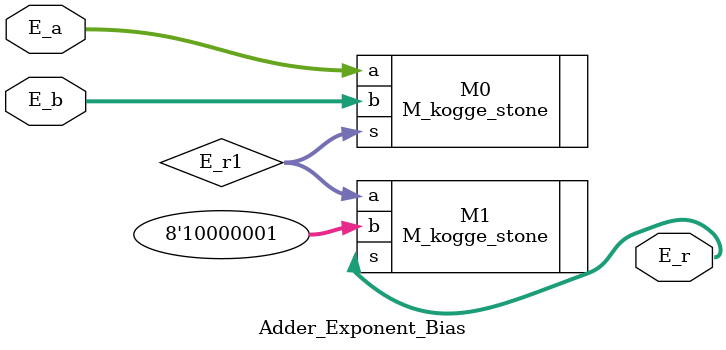
<source format=v>
module Adder_Exponent_Bias (E_a,E_b,E_r);
  input [7:0]E_a,E_b;
  output [7:0]E_r; 
  wire [7:0]E_r1;

  M_kogge_stone M0 (
     .a(E_a),
     .b(E_b),
     .s(E_r1)
     ); 

  M_kogge_stone M1 (
     .a(E_r1),
     .b(8'b10000001),
     .s(E_r)
     ); 
     
endmodule
</source>
